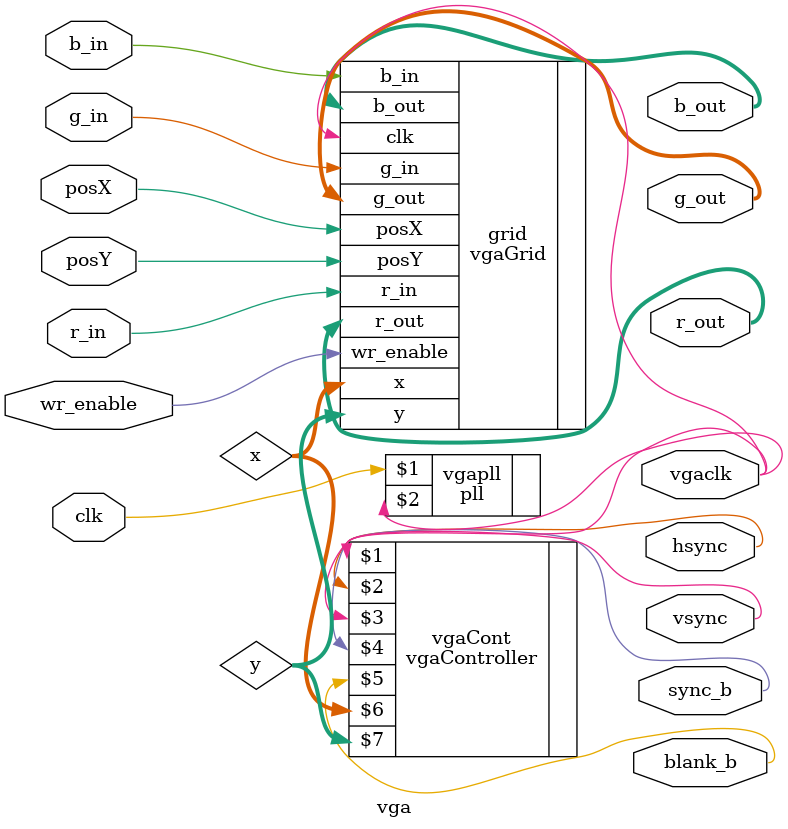
<source format=sv>
module vga(
			  input logic clk,
			  input logic wr_enable,
			  input logic posX, posY,
			  input logic r_in, g_in, b_in,
			  output logic vgaclk,
			  output logic hsync, vsync,
			  output logic sync_b, blank_b,
			  output logic [7:0] r_out, g_out, b_out
			  );
			  
	logic [9:0] x, y;
	
	pll vgapll(clk, vgaclk);
	
	vgaController vgaCont(vgaclk, hsync, vsync, sync_b, blank_b, x, y);

	vgaGrid grid(
					 .clk(vgaclk),
					 .x(x),
					 .y(y), 
					 .posX(posX), 
					 .posY(posY), 
					 .wr_enable(wr_enable), 
					 .r_in(r_in), 
					 .g_in(g_in), 
					 .b_in(b_in), 
					 .r_out(r_out), 
					 .g_out(g_out), 
					 .b_out(b_out));
	
endmodule

</source>
